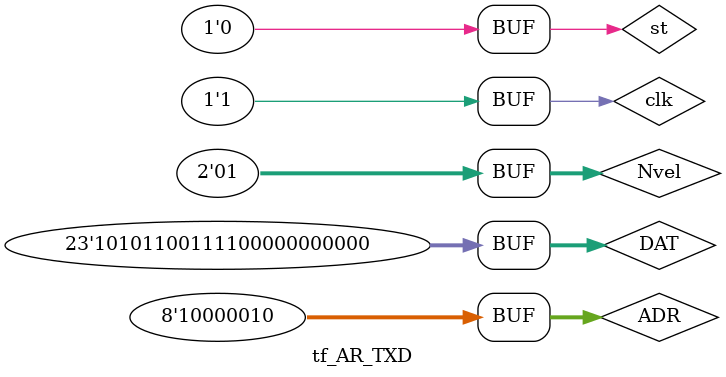
<source format=v>
`timescale 1ns / 1ps


module tf_AR_TXD;

	// Inputs
	reg clk;
	reg [1:0] Nvel;
	reg [7:0] ADR;
	reg [22:0] DAT;
	reg st;

	// Outputs
	wire ce_tact;
	wire TXD1;
	wire TXD0;
	wire SLP;
	wire en_tx;
	wire T_cp;
	wire FT_cp;
	wire SDAT;
	wire QM;
	wire [5:0] cb_bit;
	wire en_tx_word;
	wire start;

	// Instantiate the Unit Under Test (UUT)
	AR_TXD uut (
		.clk(clk), 
		.ce_tact(ce_tact), 
		.Nvel(Nvel), 
		.TXD1(TXD1), 
		.ADR(ADR), 
		.TXD0(TXD0), 
		.DAT(DAT), 
		.SLP(SLP), 
		.st(st), 
		.en_tx(en_tx), 
		.T_cp(T_cp), 
		.FT_cp(FT_cp), 
		.SDAT(SDAT), 
		.QM(QM), 
		.cb_bit(cb_bit), 
		.en_tx_word(en_tx_word), 
		.start(start)
	);
	
	
	parameter Tclk=20; //Tclk=20ns
	always begin clk=1'b0; #(Tclk/2) clk=1'b1; #(Tclk/2); end
	
	initial begin
		// Initialize Inputs
		st = 0; Nvel = 0; ADR = 0;
		DAT = 0;
		
		#40095; st = 1; Nvel = 1;	ADR = 8'b10000010;
		DAT = 23'h567800;
		
		#20; st = 0; Nvel = 1;	ADR = 8'b10000010;
		DAT = 23'h567800;
		// Wait 100 ns for global reset to finish
		#100;
		#400000; st = 1; #20; st = 0;
		#300000; st = 1; #20; st = 0;
		#300000; st = 1; #20; st = 0;
        
		// Add stimulus here

	end

      
endmodule


</source>
